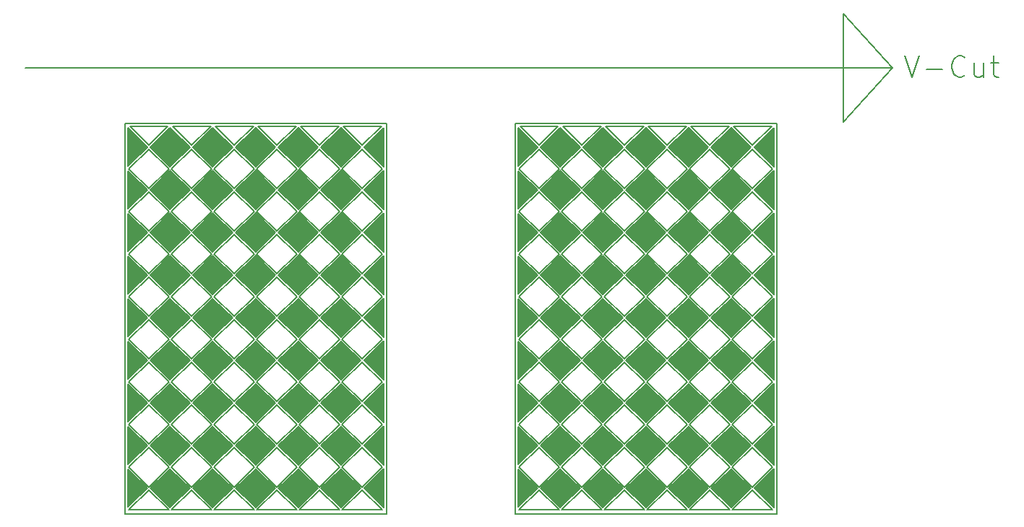
<source format=gto>
%TF.GenerationSoftware,KiCad,Pcbnew,(6.0.5-0)*%
%TF.CreationDate,2022-06-26T01:51:53+09:00*%
%TF.ProjectId,MTCH6102_breakout_panel,4d544348-3631-4303-925f-627265616b6f,rev?*%
%TF.SameCoordinates,PX649cd60PY5a74bd0*%
%TF.FileFunction,Legend,Top*%
%TF.FilePolarity,Positive*%
%FSLAX46Y46*%
G04 Gerber Fmt 4.6, Leading zero omitted, Abs format (unit mm)*
G04 Created by KiCad (PCBNEW (6.0.5-0)) date 2022-06-26 01:51:53*
%MOMM*%
%LPD*%
G01*
G04 APERTURE LIST*
%ADD10C,0.150000*%
%ADD11C,0.200000*%
%ADD12C,1.100000*%
%ADD13C,4.800000*%
G04 APERTURE END LIST*
D10*
X8150000Y-19592000D02*
X10500000Y-21892000D01*
X5800000Y-31892000D02*
X8150000Y-29592000D01*
X61220000Y-21892000D02*
X58870000Y-24192000D01*
X30800000Y-31892000D02*
X33150000Y-29592000D01*
X63870000Y-49192000D02*
X61520000Y-46892000D01*
X8150000Y-34192000D02*
X5800000Y-31892000D01*
X28150000Y-29592000D02*
X30500000Y-31892000D01*
X51520000Y-51892000D02*
X53870000Y-49592000D01*
X15500000Y-41892000D02*
X13150000Y-44192000D01*
X58870000Y-34592000D02*
X61220000Y-36892000D01*
X28150000Y-24592000D02*
X30500000Y-26892000D01*
X68870000Y-44192000D02*
X66520000Y-41892000D01*
X8150000Y-49192000D02*
X5800000Y-46892000D01*
X86995000Y0D02*
X95250000Y0D01*
X8150000Y-39592000D02*
X10500000Y-41892000D01*
G36*
X73670000Y-29342000D02*
G01*
X71370000Y-31642000D01*
X69070000Y-29342000D01*
X71370000Y-27092000D01*
X73670000Y-29342000D01*
G37*
X73670000Y-29342000D02*
X71370000Y-31642000D01*
X69070000Y-29342000D01*
X71370000Y-27092000D01*
X73670000Y-29342000D01*
X63870000Y-44192000D02*
X61520000Y-41892000D01*
G36*
X12950000Y-34342000D02*
G01*
X10650000Y-36642000D01*
X8350000Y-34342000D01*
X10650000Y-32092000D01*
X12950000Y-34342000D01*
G37*
X12950000Y-34342000D02*
X10650000Y-36642000D01*
X8350000Y-34342000D01*
X10650000Y-32092000D01*
X12950000Y-34342000D01*
X66520000Y-21892000D02*
X68870000Y-19592000D01*
X20500000Y-36892000D02*
X18150000Y-39192000D01*
X28150000Y-9092000D02*
X25950000Y-6892000D01*
G36*
X35650000Y-36642000D02*
G01*
X33350000Y-34342000D01*
X35650000Y-32042000D01*
X35650000Y-36642000D01*
G37*
X35650000Y-36642000D02*
X33350000Y-34342000D01*
X35650000Y-32042000D01*
X35650000Y-36642000D01*
G36*
X81370000Y-41642000D02*
G01*
X79070000Y-39342000D01*
X81370000Y-37042000D01*
X81370000Y-41642000D01*
G37*
X81370000Y-41642000D02*
X79070000Y-39342000D01*
X81370000Y-37042000D01*
X81370000Y-41642000D01*
X81220000Y-36892000D02*
X78870000Y-39192000D01*
G36*
X32950000Y-49342000D02*
G01*
X30650000Y-51642000D01*
X28350000Y-49342000D01*
X30650000Y-47092000D01*
X32950000Y-49342000D01*
G37*
X32950000Y-49342000D02*
X30650000Y-51642000D01*
X28350000Y-49342000D01*
X30650000Y-47092000D01*
X32950000Y-49342000D01*
X61220000Y-36892000D02*
X58870000Y-39192000D01*
G36*
X78670000Y-39342000D02*
G01*
X76370000Y-41642000D01*
X74070000Y-39342000D01*
X76370000Y-37092000D01*
X78670000Y-39342000D01*
G37*
X78670000Y-39342000D02*
X76370000Y-41642000D01*
X74070000Y-39342000D01*
X76370000Y-37092000D01*
X78670000Y-39342000D01*
X71120000Y-6892000D02*
X68870000Y-9092000D01*
X15500000Y-21892000D02*
X13150000Y-24192000D01*
X56520000Y-16892000D02*
X58870000Y-14592000D01*
X15950000Y-6892000D02*
X20400000Y-6892000D01*
X56520000Y-51892000D02*
X58870000Y-49592000D01*
X13150000Y-44592000D02*
X15500000Y-46892000D01*
X71220000Y-41892000D02*
X68870000Y-44192000D01*
X56520000Y-36892000D02*
X58870000Y-34592000D01*
G36*
X63670000Y-19342000D02*
G01*
X61370000Y-21642000D01*
X59070000Y-19342000D01*
X61370000Y-17092000D01*
X63670000Y-19342000D01*
G37*
X63670000Y-19342000D02*
X61370000Y-21642000D01*
X59070000Y-19342000D01*
X61370000Y-17092000D01*
X63670000Y-19342000D01*
X68870000Y-14592000D02*
X71220000Y-16892000D01*
X13150000Y-44192000D02*
X10800000Y-41892000D01*
X78870000Y-29192000D02*
X76520000Y-26892000D01*
X61670000Y-6892000D02*
X66120000Y-6892000D01*
X53870000Y-44192000D02*
X51520000Y-41892000D01*
X56520000Y-41892000D02*
X58870000Y-39592000D01*
G36*
X7950000Y-49342000D02*
G01*
X5700000Y-51542000D01*
X5700000Y-47142000D01*
X7950000Y-49342000D01*
G37*
X7950000Y-49342000D02*
X5700000Y-51542000D01*
X5700000Y-47142000D01*
X7950000Y-49342000D01*
G36*
X63670000Y-34342000D02*
G01*
X61370000Y-36642000D01*
X59070000Y-34342000D01*
X61370000Y-32092000D01*
X63670000Y-34342000D01*
G37*
X63670000Y-34342000D02*
X61370000Y-36642000D01*
X59070000Y-34342000D01*
X61370000Y-32092000D01*
X63670000Y-34342000D01*
G36*
X12950000Y-39342000D02*
G01*
X10650000Y-41642000D01*
X8350000Y-39342000D01*
X10650000Y-37092000D01*
X12950000Y-39342000D01*
G37*
X12950000Y-39342000D02*
X10650000Y-41642000D01*
X8350000Y-39342000D01*
X10650000Y-37092000D01*
X12950000Y-39342000D01*
X73870000Y-39192000D02*
X71520000Y-36892000D01*
X78870000Y-49192000D02*
X76520000Y-46892000D01*
X66220000Y-21892000D02*
X63870000Y-24192000D01*
X33150000Y-49192000D02*
X30800000Y-46892000D01*
X76520000Y-51892000D02*
X81220000Y-51892000D01*
X18150000Y-49192000D02*
X15800000Y-46892000D01*
X68870000Y-34192000D02*
X66520000Y-31892000D01*
X63870000Y-19192000D02*
X61520000Y-16892000D01*
X73870000Y-39592000D02*
X76220000Y-41892000D01*
X25800000Y-11892000D02*
X28150000Y-9592000D01*
X78870000Y-24592000D02*
X81220000Y-26892000D01*
X15800000Y-11892000D02*
X18150000Y-9592000D01*
X66220000Y-16892000D02*
X63870000Y-19192000D01*
G36*
X73670000Y-19342000D02*
G01*
X71370000Y-21642000D01*
X69070000Y-19342000D01*
X71370000Y-17092000D01*
X73670000Y-19342000D01*
G37*
X73670000Y-19342000D02*
X71370000Y-21642000D01*
X69070000Y-19342000D01*
X71370000Y-17092000D01*
X73670000Y-19342000D01*
X63870000Y-39192000D02*
X61520000Y-36892000D01*
X76520000Y-36892000D02*
X78870000Y-34592000D01*
X58870000Y-19192000D02*
X56520000Y-16892000D01*
X66520000Y-51892000D02*
X71220000Y-51892000D01*
X66120000Y-6892000D02*
X63870000Y-9092000D01*
X58870000Y-29592000D02*
X61220000Y-31892000D01*
X71220000Y-21892000D02*
X68870000Y-24192000D01*
G36*
X73670000Y-39342000D02*
G01*
X71370000Y-41642000D01*
X69070000Y-39342000D01*
X71370000Y-37092000D01*
X73670000Y-39342000D01*
G37*
X73670000Y-39342000D02*
X71370000Y-41642000D01*
X69070000Y-39342000D01*
X71370000Y-37092000D01*
X73670000Y-39342000D01*
X78870000Y-24192000D02*
X76520000Y-21892000D01*
X33150000Y-39192000D02*
X30800000Y-36892000D01*
X71520000Y-26892000D02*
X73870000Y-24592000D01*
G36*
X53695000Y-14342000D02*
G01*
X51445000Y-16542000D01*
X51445000Y-12142000D01*
X53695000Y-14342000D01*
G37*
X53695000Y-14342000D02*
X51445000Y-16542000D01*
X51445000Y-12142000D01*
X53695000Y-14342000D01*
X25500000Y-21892000D02*
X23150000Y-24192000D01*
X61520000Y-51892000D02*
X63870000Y-49592000D01*
X10500000Y-21892000D02*
X8150000Y-24192000D01*
X68870000Y-39192000D02*
X66520000Y-36892000D01*
X20800000Y-21892000D02*
X23150000Y-19592000D01*
G36*
X32950000Y-24342000D02*
G01*
X30650000Y-26642000D01*
X28350000Y-24342000D01*
X30650000Y-22092000D01*
X32950000Y-24342000D01*
G37*
X32950000Y-24342000D02*
X30650000Y-26642000D01*
X28350000Y-24342000D01*
X30650000Y-22092000D01*
X32950000Y-24342000D01*
G36*
X63670000Y-9342000D02*
G01*
X61370000Y-11642000D01*
X59070000Y-9342000D01*
X61370000Y-7092000D01*
X63670000Y-9342000D01*
G37*
X63670000Y-9342000D02*
X61370000Y-11642000D01*
X59070000Y-9342000D01*
X61370000Y-7092000D01*
X63670000Y-9342000D01*
X10800000Y-46892000D02*
X13150000Y-44592000D01*
G36*
X17950000Y-34342000D02*
G01*
X15650000Y-36642000D01*
X13350000Y-34342000D01*
X15650000Y-32092000D01*
X17950000Y-34342000D01*
G37*
X17950000Y-34342000D02*
X15650000Y-36642000D01*
X13350000Y-34342000D01*
X15650000Y-32092000D01*
X17950000Y-34342000D01*
X30500000Y-26892000D02*
X28150000Y-29192000D01*
X73870000Y-44192000D02*
X71520000Y-41892000D01*
X95250000Y0D02*
X89535000Y-6350000D01*
X81120000Y-6892000D02*
X78870000Y-9092000D01*
X51670000Y-6892000D02*
X56120000Y-6892000D01*
X73870000Y-24192000D02*
X71520000Y-21892000D01*
X78870000Y-9592000D02*
X81220000Y-11892000D01*
G36*
X63670000Y-39342000D02*
G01*
X61370000Y-41642000D01*
X59070000Y-39342000D01*
X61370000Y-37092000D01*
X63670000Y-39342000D01*
G37*
X63670000Y-39342000D02*
X61370000Y-41642000D01*
X59070000Y-39342000D01*
X61370000Y-37092000D01*
X63670000Y-39342000D01*
X81220000Y-11892000D02*
X78870000Y-14192000D01*
X63870000Y-9092000D02*
X61670000Y-6892000D01*
X56220000Y-31892000D02*
X53870000Y-34192000D01*
X15800000Y-26892000D02*
X18150000Y-24592000D01*
G36*
X53695000Y-19342000D02*
G01*
X51445000Y-21542000D01*
X51445000Y-17142000D01*
X53695000Y-19342000D01*
G37*
X53695000Y-19342000D02*
X51445000Y-21542000D01*
X51445000Y-17142000D01*
X53695000Y-19342000D01*
X13150000Y-9092000D02*
X10950000Y-6892000D01*
X13150000Y-14592000D02*
X15500000Y-16892000D01*
X66520000Y-41892000D02*
X68870000Y-39592000D01*
X23150000Y-39592000D02*
X25500000Y-41892000D01*
X71520000Y-41892000D02*
X73870000Y-39592000D01*
X51520000Y-26892000D02*
X53870000Y-24592000D01*
X15500000Y-46892000D02*
X13150000Y-49192000D01*
X53870000Y-49592000D02*
X56220000Y-51892000D01*
X20500000Y-41892000D02*
X18150000Y-44192000D01*
G36*
X22950000Y-24342000D02*
G01*
X20650000Y-26642000D01*
X18350000Y-24342000D01*
X20650000Y-22092000D01*
X22950000Y-24342000D01*
G37*
X22950000Y-24342000D02*
X20650000Y-26642000D01*
X18350000Y-24342000D01*
X20650000Y-22092000D01*
X22950000Y-24342000D01*
X71520000Y-31892000D02*
X73870000Y-29592000D01*
X68870000Y-19192000D02*
X66520000Y-16892000D01*
X25800000Y-46892000D02*
X28150000Y-44592000D01*
G36*
X78670000Y-9342000D02*
G01*
X76370000Y-11642000D01*
X74070000Y-9342000D01*
X76370000Y-7092000D01*
X78670000Y-9342000D01*
G37*
X78670000Y-9342000D02*
X76370000Y-11642000D01*
X74070000Y-9342000D01*
X76370000Y-7092000D01*
X78670000Y-9342000D01*
G36*
X17950000Y-14342000D02*
G01*
X15650000Y-16642000D01*
X13350000Y-14342000D01*
X15650000Y-12092000D01*
X17950000Y-14342000D01*
G37*
X17950000Y-14342000D02*
X15650000Y-16642000D01*
X13350000Y-14342000D01*
X15650000Y-12092000D01*
X17950000Y-14342000D01*
X28150000Y-34592000D02*
X30500000Y-36892000D01*
X13150000Y-34592000D02*
X15500000Y-36892000D01*
X8150000Y-19192000D02*
X5800000Y-16892000D01*
G36*
X27950000Y-34342000D02*
G01*
X25650000Y-36642000D01*
X23350000Y-34342000D01*
X25650000Y-32092000D01*
X27950000Y-34342000D01*
G37*
X27950000Y-34342000D02*
X25650000Y-36642000D01*
X23350000Y-34342000D01*
X25650000Y-32092000D01*
X27950000Y-34342000D01*
G36*
X22950000Y-49342000D02*
G01*
X20650000Y-51642000D01*
X18350000Y-49342000D01*
X20650000Y-47092000D01*
X22950000Y-49342000D01*
G37*
X22950000Y-49342000D02*
X20650000Y-51642000D01*
X18350000Y-49342000D01*
X20650000Y-47092000D01*
X22950000Y-49342000D01*
X28150000Y-14592000D02*
X30500000Y-16892000D01*
G36*
X81370000Y-11642000D02*
G01*
X79070000Y-9342000D01*
X81370000Y-7042000D01*
X81370000Y-11642000D01*
G37*
X81370000Y-11642000D02*
X79070000Y-9342000D01*
X81370000Y-7042000D01*
X81370000Y-11642000D01*
X56520000Y-26892000D02*
X58870000Y-24592000D01*
X71520000Y-16892000D02*
X73870000Y-14592000D01*
X63870000Y-39592000D02*
X66220000Y-41892000D01*
X10500000Y-11892000D02*
X8150000Y-14192000D01*
X51520000Y-31892000D02*
X53870000Y-29592000D01*
X66520000Y-46892000D02*
X68870000Y-44592000D01*
X25950000Y-6892000D02*
X30400000Y-6892000D01*
G36*
X68670000Y-24342000D02*
G01*
X66370000Y-26642000D01*
X64070000Y-24342000D01*
X66370000Y-22092000D01*
X68670000Y-24342000D01*
G37*
X68670000Y-24342000D02*
X66370000Y-26642000D01*
X64070000Y-24342000D01*
X66370000Y-22092000D01*
X68670000Y-24342000D01*
G36*
X22950000Y-29342000D02*
G01*
X20650000Y-31642000D01*
X18350000Y-29342000D01*
X20650000Y-27092000D01*
X22950000Y-29342000D01*
G37*
X22950000Y-29342000D02*
X20650000Y-31642000D01*
X18350000Y-29342000D01*
X20650000Y-27092000D01*
X22950000Y-29342000D01*
X33150000Y-29192000D02*
X30800000Y-26892000D01*
X78870000Y-39192000D02*
X76520000Y-36892000D01*
X61520000Y-31892000D02*
X63870000Y-29592000D01*
X76520000Y-31892000D02*
X78870000Y-29592000D01*
X18150000Y-44192000D02*
X15800000Y-41892000D01*
X81720000Y-52342000D02*
X51120000Y-52342000D01*
X51120000Y-52342000D02*
X51120000Y-6542000D01*
X51120000Y-6542000D02*
X81720000Y-6542000D01*
X81720000Y-6542000D02*
X81720000Y-52342000D01*
X35500000Y-31892000D02*
X33150000Y-34192000D01*
X20500000Y-21892000D02*
X18150000Y-24192000D01*
G36*
X22950000Y-14342000D02*
G01*
X20650000Y-16642000D01*
X18350000Y-14342000D01*
X20650000Y-12092000D01*
X22950000Y-14342000D01*
G37*
X22950000Y-14342000D02*
X20650000Y-16642000D01*
X18350000Y-14342000D01*
X20650000Y-12092000D01*
X22950000Y-14342000D01*
X73870000Y-44592000D02*
X76220000Y-46892000D01*
G36*
X7975000Y-29342000D02*
G01*
X5725000Y-31542000D01*
X5725000Y-27142000D01*
X7975000Y-29342000D01*
G37*
X7975000Y-29342000D02*
X5725000Y-31542000D01*
X5725000Y-27142000D01*
X7975000Y-29342000D01*
X51520000Y-51892000D02*
X56220000Y-51892000D01*
X63870000Y-24192000D02*
X61520000Y-21892000D01*
X10800000Y-41892000D02*
X13150000Y-39592000D01*
X56220000Y-21892000D02*
X53870000Y-24192000D01*
X18150000Y-14592000D02*
X20500000Y-16892000D01*
G36*
X7975000Y-9317000D02*
G01*
X5725000Y-11542000D01*
X5725000Y-7067000D01*
X7975000Y-9317000D01*
G37*
X7975000Y-9317000D02*
X5725000Y-11542000D01*
X5725000Y-7067000D01*
X7975000Y-9317000D01*
X56670000Y-6892000D02*
X61120000Y-6892000D01*
X13150000Y-9592000D02*
X15500000Y-11892000D01*
X81220000Y-46892000D02*
X78870000Y-49192000D01*
G36*
X53695000Y-44342000D02*
G01*
X51445000Y-46542000D01*
X51445000Y-42142000D01*
X53695000Y-44342000D01*
G37*
X53695000Y-44342000D02*
X51445000Y-46542000D01*
X51445000Y-42142000D01*
X53695000Y-44342000D01*
X56520000Y-11892000D02*
X58870000Y-9592000D01*
X25800000Y-21892000D02*
X28150000Y-19592000D01*
X76220000Y-16892000D02*
X73870000Y-19192000D01*
X8150000Y-29192000D02*
X5800000Y-26892000D01*
X25500000Y-26892000D02*
X23150000Y-29192000D01*
X61220000Y-46892000D02*
X58870000Y-49192000D01*
X18150000Y-39192000D02*
X15800000Y-36892000D01*
X56220000Y-26892000D02*
X53870000Y-29192000D01*
X18150000Y-49592000D02*
X20500000Y-51892000D01*
G36*
X58670000Y-29342000D02*
G01*
X56370000Y-31642000D01*
X54070000Y-29342000D01*
X56370000Y-27092000D01*
X58670000Y-29342000D01*
G37*
X58670000Y-29342000D02*
X56370000Y-31642000D01*
X54070000Y-29342000D01*
X56370000Y-27092000D01*
X58670000Y-29342000D01*
G36*
X27950000Y-39342000D02*
G01*
X25650000Y-41642000D01*
X23350000Y-39342000D01*
X25650000Y-37092000D01*
X27950000Y-39342000D01*
G37*
X27950000Y-39342000D02*
X25650000Y-41642000D01*
X23350000Y-39342000D01*
X25650000Y-37092000D01*
X27950000Y-39342000D01*
X63870000Y-9592000D02*
X66220000Y-11892000D01*
X73870000Y-9092000D02*
X71670000Y-6892000D01*
X13150000Y-29592000D02*
X15500000Y-31892000D01*
X58870000Y-9592000D02*
X61220000Y-11892000D01*
X15800000Y-21892000D02*
X18150000Y-19592000D01*
X35500000Y-26892000D02*
X33150000Y-29192000D01*
X28150000Y-34192000D02*
X25800000Y-31892000D01*
X35500000Y-21892000D02*
X33150000Y-24192000D01*
X33150000Y-49592000D02*
X35500000Y-51892000D01*
X5800000Y-51892000D02*
X8150000Y-49592000D01*
G36*
X78670000Y-34342000D02*
G01*
X76370000Y-36642000D01*
X74070000Y-34342000D01*
X76370000Y-32092000D01*
X78670000Y-34342000D01*
G37*
X78670000Y-34342000D02*
X76370000Y-36642000D01*
X74070000Y-34342000D01*
X76370000Y-32092000D01*
X78670000Y-34342000D01*
X81220000Y-26892000D02*
X78870000Y-29192000D01*
G36*
X22950000Y-44342000D02*
G01*
X20650000Y-46642000D01*
X18350000Y-44342000D01*
X20650000Y-42092000D01*
X22950000Y-44342000D01*
G37*
X22950000Y-44342000D02*
X20650000Y-46642000D01*
X18350000Y-44342000D01*
X20650000Y-42092000D01*
X22950000Y-44342000D01*
X25800000Y-31892000D02*
X28150000Y-29592000D01*
X71220000Y-36892000D02*
X68870000Y-39192000D01*
X66670000Y-6892000D02*
X71120000Y-6892000D01*
X61520000Y-41892000D02*
X63870000Y-39592000D01*
G36*
X32950000Y-14342000D02*
G01*
X30650000Y-16642000D01*
X28350000Y-14342000D01*
X30650000Y-12092000D01*
X32950000Y-14342000D01*
G37*
X32950000Y-14342000D02*
X30650000Y-16642000D01*
X28350000Y-14342000D01*
X30650000Y-12092000D01*
X32950000Y-14342000D01*
X76520000Y-16892000D02*
X78870000Y-14592000D01*
X53870000Y-24192000D02*
X51520000Y-21892000D01*
X25500000Y-46892000D02*
X23150000Y-49192000D01*
G36*
X32950000Y-29342000D02*
G01*
X30650000Y-31642000D01*
X28350000Y-29342000D01*
X30650000Y-27092000D01*
X32950000Y-29342000D01*
G37*
X32950000Y-29342000D02*
X30650000Y-31642000D01*
X28350000Y-29342000D01*
X30650000Y-27092000D01*
X32950000Y-29342000D01*
X25800000Y-51892000D02*
X30500000Y-51892000D01*
X78870000Y-34592000D02*
X81220000Y-36892000D01*
X56220000Y-11892000D02*
X53870000Y-14192000D01*
X25400000Y-6892000D02*
X23150000Y-9092000D01*
G36*
X68670000Y-9342000D02*
G01*
X66370000Y-11642000D01*
X64070000Y-9342000D01*
X66370000Y-7092000D01*
X68670000Y-9342000D01*
G37*
X68670000Y-9342000D02*
X66370000Y-11642000D01*
X64070000Y-9342000D01*
X66370000Y-7092000D01*
X68670000Y-9342000D01*
X30500000Y-11892000D02*
X28150000Y-14192000D01*
X76670000Y-6892000D02*
X81120000Y-6892000D01*
X56220000Y-36892000D02*
X53870000Y-39192000D01*
X78870000Y-14592000D02*
X81220000Y-16892000D01*
G36*
X7975000Y-44342000D02*
G01*
X5725000Y-46542000D01*
X5725000Y-42142000D01*
X7975000Y-44342000D01*
G37*
X7975000Y-44342000D02*
X5725000Y-46542000D01*
X5725000Y-42142000D01*
X7975000Y-44342000D01*
X51520000Y-46892000D02*
X53870000Y-44592000D01*
G36*
X17950000Y-44342000D02*
G01*
X15650000Y-46642000D01*
X13350000Y-44342000D01*
X15650000Y-42092000D01*
X17950000Y-44342000D01*
G37*
X17950000Y-44342000D02*
X15650000Y-46642000D01*
X13350000Y-44342000D01*
X15650000Y-42092000D01*
X17950000Y-44342000D01*
X23150000Y-49592000D02*
X25500000Y-51892000D01*
X56520000Y-51892000D02*
X61220000Y-51892000D01*
G36*
X32950000Y-44342000D02*
G01*
X30650000Y-46642000D01*
X28350000Y-44342000D01*
X30650000Y-42092000D01*
X32950000Y-44342000D01*
G37*
X32950000Y-44342000D02*
X30650000Y-46642000D01*
X28350000Y-44342000D01*
X30650000Y-42092000D01*
X32950000Y-44342000D01*
X20950000Y-6892000D02*
X25400000Y-6892000D01*
X23150000Y-9092000D02*
X20950000Y-6892000D01*
X58870000Y-34192000D02*
X56520000Y-31892000D01*
X68870000Y-24592000D02*
X71220000Y-26892000D01*
X15800000Y-51892000D02*
X20500000Y-51892000D01*
G36*
X58670000Y-34342000D02*
G01*
X56370000Y-36642000D01*
X54070000Y-34342000D01*
X56370000Y-32092000D01*
X58670000Y-34342000D01*
G37*
X58670000Y-34342000D02*
X56370000Y-36642000D01*
X54070000Y-34342000D01*
X56370000Y-32092000D01*
X58670000Y-34342000D01*
X78870000Y-44192000D02*
X76520000Y-41892000D01*
X8150000Y-34592000D02*
X10500000Y-36892000D01*
G36*
X17950000Y-39342000D02*
G01*
X15650000Y-41642000D01*
X13350000Y-39342000D01*
X15650000Y-37092000D01*
X17950000Y-39342000D01*
G37*
X17950000Y-39342000D02*
X15650000Y-41642000D01*
X13350000Y-39342000D01*
X15650000Y-37092000D01*
X17950000Y-39342000D01*
X71520000Y-51892000D02*
X73870000Y-49592000D01*
X28150000Y-19592000D02*
X30500000Y-21892000D01*
X76520000Y-41892000D02*
X78870000Y-39592000D01*
G36*
X53670000Y-49342000D02*
G01*
X51420000Y-51542000D01*
X51420000Y-47142000D01*
X53670000Y-49342000D01*
G37*
X53670000Y-49342000D02*
X51420000Y-51542000D01*
X51420000Y-47142000D01*
X53670000Y-49342000D01*
X66220000Y-26892000D02*
X63870000Y-29192000D01*
X23150000Y-29192000D02*
X20800000Y-26892000D01*
X8150000Y-24192000D02*
X5800000Y-21892000D01*
X13150000Y-49592000D02*
X15500000Y-51892000D01*
X30800000Y-21892000D02*
X33150000Y-19592000D01*
G36*
X35650000Y-11642000D02*
G01*
X33350000Y-9342000D01*
X35650000Y-7042000D01*
X35650000Y-11642000D01*
G37*
X35650000Y-11642000D02*
X33350000Y-9342000D01*
X35650000Y-7042000D01*
X35650000Y-11642000D01*
X71220000Y-26892000D02*
X68870000Y-29192000D01*
X35500000Y-46892000D02*
X33150000Y-49192000D01*
X5800000Y-46892000D02*
X8150000Y-44592000D01*
X15500000Y-16892000D02*
X13150000Y-19192000D01*
X33150000Y-19592000D02*
X35500000Y-21892000D01*
X53870000Y-19592000D02*
X56220000Y-21892000D01*
X71220000Y-11892000D02*
X68870000Y-14192000D01*
X15800000Y-51892000D02*
X18150000Y-49592000D01*
G36*
X12950000Y-14342000D02*
G01*
X10650000Y-16642000D01*
X8350000Y-14342000D01*
X10650000Y-12092000D01*
X12950000Y-14342000D01*
G37*
X12950000Y-14342000D02*
X10650000Y-16642000D01*
X8350000Y-14342000D01*
X10650000Y-12092000D01*
X12950000Y-14342000D01*
X73870000Y-34192000D02*
X71520000Y-31892000D01*
X10800000Y-36892000D02*
X13150000Y-34592000D01*
X13150000Y-34192000D02*
X10800000Y-31892000D01*
G36*
X63670000Y-44342000D02*
G01*
X61370000Y-46642000D01*
X59070000Y-44342000D01*
X61370000Y-42092000D01*
X63670000Y-44342000D01*
G37*
X63670000Y-44342000D02*
X61370000Y-46642000D01*
X59070000Y-44342000D01*
X61370000Y-42092000D01*
X63670000Y-44342000D01*
X35400000Y-6892000D02*
X33150000Y-9092000D01*
X13150000Y-24192000D02*
X10800000Y-21892000D01*
X8150000Y-49592000D02*
X10500000Y-51892000D01*
X15800000Y-41892000D02*
X18150000Y-39592000D01*
X73870000Y-19592000D02*
X76220000Y-21892000D01*
X89535000Y6350000D02*
X95250000Y0D01*
X10400000Y-6892000D02*
X8150000Y-9092000D01*
G36*
X78670000Y-29342000D02*
G01*
X76370000Y-31642000D01*
X74070000Y-29342000D01*
X76370000Y-27092000D01*
X78670000Y-29342000D01*
G37*
X78670000Y-29342000D02*
X76370000Y-31642000D01*
X74070000Y-29342000D01*
X76370000Y-27092000D01*
X78670000Y-29342000D01*
X18150000Y-29592000D02*
X20500000Y-31892000D01*
X23150000Y-19192000D02*
X20800000Y-16892000D01*
X20500000Y-26892000D02*
X18150000Y-29192000D01*
X28150000Y-19192000D02*
X25800000Y-16892000D01*
X63870000Y-34592000D02*
X66220000Y-36892000D01*
X25800000Y-36892000D02*
X28150000Y-34592000D01*
X18150000Y-44592000D02*
X20500000Y-46892000D01*
X71520000Y-11892000D02*
X73870000Y-9592000D01*
G36*
X27950000Y-14342000D02*
G01*
X25650000Y-16642000D01*
X23350000Y-14342000D01*
X25650000Y-12092000D01*
X27950000Y-14342000D01*
G37*
X27950000Y-14342000D02*
X25650000Y-16642000D01*
X23350000Y-14342000D01*
X25650000Y-12092000D01*
X27950000Y-14342000D01*
G36*
X53695000Y-34342000D02*
G01*
X51445000Y-36542000D01*
X51445000Y-32142000D01*
X53695000Y-34342000D01*
G37*
X53695000Y-34342000D02*
X51445000Y-36542000D01*
X51445000Y-32142000D01*
X53695000Y-34342000D01*
G36*
X58670000Y-14342000D02*
G01*
X56370000Y-16642000D01*
X54070000Y-14342000D01*
X56370000Y-12092000D01*
X58670000Y-14342000D01*
G37*
X58670000Y-14342000D02*
X56370000Y-16642000D01*
X54070000Y-14342000D01*
X56370000Y-12092000D01*
X58670000Y-14342000D01*
X76520000Y-11892000D02*
X78870000Y-9592000D01*
X78870000Y-39592000D02*
X81220000Y-41892000D01*
G36*
X58670000Y-39342000D02*
G01*
X56370000Y-41642000D01*
X54070000Y-39342000D01*
X56370000Y-37092000D01*
X58670000Y-39342000D01*
G37*
X58670000Y-39342000D02*
X56370000Y-41642000D01*
X54070000Y-39342000D01*
X56370000Y-37092000D01*
X58670000Y-39342000D01*
X20800000Y-46892000D02*
X23150000Y-44592000D01*
X18150000Y-9592000D02*
X20500000Y-11892000D01*
G36*
X68670000Y-14342000D02*
G01*
X66370000Y-16642000D01*
X64070000Y-14342000D01*
X66370000Y-12092000D01*
X68670000Y-14342000D01*
G37*
X68670000Y-14342000D02*
X66370000Y-16642000D01*
X64070000Y-14342000D01*
X66370000Y-12092000D01*
X68670000Y-14342000D01*
X23150000Y-29592000D02*
X25500000Y-31892000D01*
X33150000Y-24592000D02*
X35500000Y-26892000D01*
X20500000Y-11892000D02*
X18150000Y-14192000D01*
X5800000Y-51892000D02*
X10500000Y-51892000D01*
X58870000Y-44192000D02*
X56520000Y-41892000D01*
X76220000Y-36892000D02*
X73870000Y-39192000D01*
X61520000Y-16892000D02*
X63870000Y-14592000D01*
G36*
X58670000Y-9342000D02*
G01*
X56370000Y-11642000D01*
X54070000Y-9342000D01*
X56370000Y-7092000D01*
X58670000Y-9342000D01*
G37*
X58670000Y-9342000D02*
X56370000Y-11642000D01*
X54070000Y-9342000D01*
X56370000Y-7092000D01*
X58670000Y-9342000D01*
X18150000Y-29192000D02*
X15800000Y-26892000D01*
X13150000Y-19592000D02*
X15500000Y-21892000D01*
X5800000Y-11892000D02*
X8150000Y-9592000D01*
X51520000Y-11892000D02*
X53870000Y-9592000D01*
X61220000Y-16892000D02*
X58870000Y-19192000D01*
X76220000Y-21892000D02*
X73870000Y-24192000D01*
X73870000Y-24592000D02*
X76220000Y-26892000D01*
X28150000Y-49592000D02*
X30500000Y-51892000D01*
X78870000Y-9092000D02*
X76670000Y-6892000D01*
G36*
X27950000Y-24342000D02*
G01*
X25650000Y-26642000D01*
X23350000Y-24342000D01*
X25650000Y-22092000D01*
X27950000Y-24342000D01*
G37*
X27950000Y-24342000D02*
X25650000Y-26642000D01*
X23350000Y-24342000D01*
X25650000Y-22092000D01*
X27950000Y-24342000D01*
G36*
X12950000Y-29342000D02*
G01*
X10650000Y-31642000D01*
X8350000Y-29342000D01*
X10650000Y-27092000D01*
X12950000Y-29342000D01*
G37*
X12950000Y-29342000D02*
X10650000Y-31642000D01*
X8350000Y-29342000D01*
X10650000Y-27092000D01*
X12950000Y-29342000D01*
X33150000Y-14592000D02*
X35500000Y-16892000D01*
X81220000Y-41892000D02*
X78870000Y-44192000D01*
X23150000Y-39192000D02*
X20800000Y-36892000D01*
X66220000Y-41892000D02*
X63870000Y-44192000D01*
X28150000Y-24192000D02*
X25800000Y-21892000D01*
X68870000Y-44592000D02*
X71220000Y-46892000D01*
X15800000Y-16892000D02*
X18150000Y-14592000D01*
X18150000Y-24192000D02*
X15800000Y-21892000D01*
G36*
X78670000Y-49342000D02*
G01*
X76370000Y-51642000D01*
X74070000Y-49342000D01*
X76370000Y-47092000D01*
X78670000Y-49342000D01*
G37*
X78670000Y-49342000D02*
X76370000Y-51642000D01*
X74070000Y-49342000D01*
X76370000Y-47092000D01*
X78670000Y-49342000D01*
X76220000Y-26892000D02*
X73870000Y-29192000D01*
X18150000Y-14192000D02*
X15800000Y-11892000D01*
X56520000Y-31892000D02*
X58870000Y-29592000D01*
X23150000Y-14592000D02*
X25500000Y-16892000D01*
G36*
X81370000Y-51642000D02*
G01*
X79070000Y-49342000D01*
X81370000Y-47042000D01*
X81370000Y-51642000D01*
G37*
X81370000Y-51642000D02*
X79070000Y-49342000D01*
X81370000Y-47042000D01*
X81370000Y-51642000D01*
X15500000Y-11892000D02*
X13150000Y-14192000D01*
X81220000Y-21892000D02*
X78870000Y-24192000D01*
X71520000Y-36892000D02*
X73870000Y-34592000D01*
X18150000Y-9092000D02*
X15950000Y-6892000D01*
X5800000Y-26892000D02*
X8150000Y-24592000D01*
X51520000Y-36892000D02*
X53870000Y-34592000D01*
X23150000Y-49192000D02*
X20800000Y-46892000D01*
X13150000Y-29192000D02*
X10800000Y-26892000D01*
X78870000Y-19192000D02*
X76520000Y-16892000D01*
X73870000Y-29592000D02*
X76220000Y-31892000D01*
X66520000Y-31892000D02*
X68870000Y-29592000D01*
G36*
X12950000Y-19342000D02*
G01*
X10650000Y-21642000D01*
X8350000Y-19342000D01*
X10650000Y-17092000D01*
X12950000Y-19342000D01*
G37*
X12950000Y-19342000D02*
X10650000Y-21642000D01*
X8350000Y-19342000D01*
X10650000Y-17092000D01*
X12950000Y-19342000D01*
X8150000Y-9092000D02*
X5950000Y-6892000D01*
X23150000Y-44192000D02*
X20800000Y-41892000D01*
G36*
X81370000Y-36642000D02*
G01*
X79070000Y-34342000D01*
X81370000Y-32042000D01*
X81370000Y-36642000D01*
G37*
X81370000Y-36642000D02*
X79070000Y-34342000D01*
X81370000Y-32042000D01*
X81370000Y-36642000D01*
X33150000Y-34192000D02*
X30800000Y-31892000D01*
X63870000Y-14192000D02*
X61520000Y-11892000D01*
X63870000Y-19592000D02*
X66220000Y-21892000D01*
X25800000Y-51892000D02*
X28150000Y-49592000D01*
X33150000Y-24192000D02*
X30800000Y-21892000D01*
X66220000Y-11892000D02*
X63870000Y-14192000D01*
X20800000Y-11892000D02*
X23150000Y-9592000D01*
X71220000Y-46892000D02*
X68870000Y-49192000D01*
X66220000Y-46892000D02*
X63870000Y-49192000D01*
G36*
X81370000Y-21642000D02*
G01*
X79070000Y-19342000D01*
X81370000Y-17042000D01*
X81370000Y-21642000D01*
G37*
X81370000Y-21642000D02*
X79070000Y-19342000D01*
X81370000Y-17042000D01*
X81370000Y-21642000D01*
X23150000Y-19592000D02*
X25500000Y-21892000D01*
G36*
X32950000Y-34342000D02*
G01*
X30650000Y-36642000D01*
X28350000Y-34342000D01*
X30650000Y-32092000D01*
X32950000Y-34342000D01*
G37*
X32950000Y-34342000D02*
X30650000Y-36642000D01*
X28350000Y-34342000D01*
X30650000Y-32092000D01*
X32950000Y-34342000D01*
X33150000Y-44592000D02*
X35500000Y-46892000D01*
G36*
X12950000Y-9342000D02*
G01*
X10650000Y-11642000D01*
X8350000Y-9342000D01*
X10650000Y-7092000D01*
X12950000Y-9342000D01*
G37*
X12950000Y-9342000D02*
X10650000Y-11642000D01*
X8350000Y-9342000D01*
X10650000Y-7092000D01*
X12950000Y-9342000D01*
X20400000Y-6892000D02*
X18150000Y-9092000D01*
X10500000Y-31892000D02*
X8150000Y-34192000D01*
X63870000Y-14592000D02*
X66220000Y-16892000D01*
X30800000Y-36892000D02*
X33150000Y-34592000D01*
X51520000Y-21892000D02*
X53870000Y-19592000D01*
X8150000Y-44592000D02*
X10500000Y-46892000D01*
X76120000Y-6892000D02*
X73870000Y-9092000D01*
X8150000Y-39192000D02*
X5800000Y-36892000D01*
X61520000Y-21892000D02*
X63870000Y-19592000D01*
X15800000Y-31892000D02*
X18150000Y-29592000D01*
X53870000Y-9092000D02*
X51670000Y-6892000D01*
X30500000Y-31892000D02*
X28150000Y-34192000D01*
G36*
X32950000Y-39342000D02*
G01*
X30650000Y-41642000D01*
X28350000Y-39342000D01*
X30650000Y-37092000D01*
X32950000Y-39342000D01*
G37*
X32950000Y-39342000D02*
X30650000Y-41642000D01*
X28350000Y-39342000D01*
X30650000Y-37092000D01*
X32950000Y-39342000D01*
X33150000Y-19192000D02*
X30800000Y-16892000D01*
X73870000Y-19192000D02*
X71520000Y-16892000D01*
X71670000Y-6892000D02*
X76120000Y-6892000D01*
X51520000Y-41892000D02*
X53870000Y-39592000D01*
G36*
X35650000Y-16642000D02*
G01*
X33350000Y-14342000D01*
X35650000Y-12042000D01*
X35650000Y-16642000D01*
G37*
X35650000Y-16642000D02*
X33350000Y-14342000D01*
X35650000Y-12042000D01*
X35650000Y-16642000D01*
X58870000Y-49192000D02*
X56520000Y-46892000D01*
X81220000Y-16892000D02*
X78870000Y-19192000D01*
X5800000Y-21892000D02*
X8150000Y-19592000D01*
X78870000Y-19592000D02*
X81220000Y-21892000D01*
X61520000Y-26892000D02*
X63870000Y-24592000D01*
X10800000Y-31892000D02*
X13150000Y-29592000D01*
X66220000Y-36892000D02*
X63870000Y-39192000D01*
G36*
X7975000Y-39342000D02*
G01*
X5725000Y-41542000D01*
X5725000Y-37142000D01*
X7975000Y-39342000D01*
G37*
X7975000Y-39342000D02*
X5725000Y-41542000D01*
X5725000Y-37142000D01*
X7975000Y-39342000D01*
X13150000Y-49192000D02*
X10800000Y-46892000D01*
X18150000Y-34592000D02*
X20500000Y-36892000D01*
X81220000Y-31892000D02*
X78870000Y-34192000D01*
X15500000Y-36892000D02*
X13150000Y-39192000D01*
G36*
X68670000Y-34342000D02*
G01*
X66370000Y-36642000D01*
X64070000Y-34342000D01*
X66370000Y-32092000D01*
X68670000Y-34342000D01*
G37*
X68670000Y-34342000D02*
X66370000Y-36642000D01*
X64070000Y-34342000D01*
X66370000Y-32092000D01*
X68670000Y-34342000D01*
G36*
X58670000Y-24342000D02*
G01*
X56370000Y-26642000D01*
X54070000Y-24342000D01*
X56370000Y-22092000D01*
X58670000Y-24342000D01*
G37*
X58670000Y-24342000D02*
X56370000Y-26642000D01*
X54070000Y-24342000D01*
X56370000Y-22092000D01*
X58670000Y-24342000D01*
X23150000Y-44592000D02*
X25500000Y-46892000D01*
X76520000Y-26892000D02*
X78870000Y-24592000D01*
X56520000Y-21892000D02*
X58870000Y-19592000D01*
X58870000Y-29192000D02*
X56520000Y-26892000D01*
G36*
X73670000Y-9342000D02*
G01*
X71370000Y-11642000D01*
X69070000Y-9342000D01*
X71370000Y-7092000D01*
X73670000Y-9342000D01*
G37*
X73670000Y-9342000D02*
X71370000Y-11642000D01*
X69070000Y-9342000D01*
X71370000Y-7092000D01*
X73670000Y-9342000D01*
X58870000Y-14192000D02*
X56520000Y-11892000D01*
X66220000Y-31892000D02*
X63870000Y-34192000D01*
G36*
X32950000Y-9342000D02*
G01*
X30650000Y-11642000D01*
X28350000Y-9342000D01*
X30650000Y-7092000D01*
X32950000Y-9342000D01*
G37*
X32950000Y-9342000D02*
X30650000Y-11642000D01*
X28350000Y-9342000D01*
X30650000Y-7092000D01*
X32950000Y-9342000D01*
X76520000Y-51892000D02*
X78870000Y-49592000D01*
G36*
X81370000Y-26642000D02*
G01*
X79070000Y-24342000D01*
X81370000Y-22042000D01*
X81370000Y-26642000D01*
G37*
X81370000Y-26642000D02*
X79070000Y-24342000D01*
X81370000Y-22042000D01*
X81370000Y-26642000D01*
G36*
X68670000Y-44342000D02*
G01*
X66370000Y-46642000D01*
X64070000Y-44342000D01*
X66370000Y-42092000D01*
X68670000Y-44342000D01*
G37*
X68670000Y-44342000D02*
X66370000Y-46642000D01*
X64070000Y-44342000D01*
X66370000Y-42092000D01*
X68670000Y-44342000D01*
X53870000Y-9592000D02*
X56220000Y-11892000D01*
G36*
X53695000Y-29342000D02*
G01*
X51445000Y-31542000D01*
X51445000Y-27142000D01*
X53695000Y-29342000D01*
G37*
X53695000Y-29342000D02*
X51445000Y-31542000D01*
X51445000Y-27142000D01*
X53695000Y-29342000D01*
G36*
X17950000Y-19342000D02*
G01*
X15650000Y-21642000D01*
X13350000Y-19342000D01*
X15650000Y-17092000D01*
X17950000Y-19342000D01*
G37*
X17950000Y-19342000D02*
X15650000Y-21642000D01*
X13350000Y-19342000D01*
X15650000Y-17092000D01*
X17950000Y-19342000D01*
G36*
X73670000Y-24342000D02*
G01*
X71370000Y-26642000D01*
X69070000Y-24342000D01*
X71370000Y-22092000D01*
X73670000Y-24342000D01*
G37*
X73670000Y-24342000D02*
X71370000Y-26642000D01*
X69070000Y-24342000D01*
X71370000Y-22092000D01*
X73670000Y-24342000D01*
X66520000Y-51892000D02*
X68870000Y-49592000D01*
X25500000Y-41892000D02*
X23150000Y-44192000D01*
X68870000Y-49192000D02*
X66520000Y-46892000D01*
X10500000Y-36892000D02*
X8150000Y-39192000D01*
X53870000Y-34592000D02*
X56220000Y-36892000D01*
X53870000Y-39192000D02*
X51520000Y-36892000D01*
X13150000Y-24592000D02*
X15500000Y-26892000D01*
X10500000Y-26892000D02*
X8150000Y-29192000D01*
G36*
X68670000Y-19342000D02*
G01*
X66370000Y-21642000D01*
X64070000Y-19342000D01*
X66370000Y-17092000D01*
X68670000Y-19342000D01*
G37*
X68670000Y-19342000D02*
X66370000Y-21642000D01*
X64070000Y-19342000D01*
X66370000Y-17092000D01*
X68670000Y-19342000D01*
X33150000Y-9592000D02*
X35500000Y-11892000D01*
X5800000Y-41892000D02*
X8150000Y-39592000D01*
X33150000Y-34592000D02*
X35500000Y-36892000D01*
X8150000Y-44192000D02*
X5800000Y-41892000D01*
X68870000Y-34592000D02*
X71220000Y-36892000D01*
X30800000Y-11892000D02*
X33150000Y-9592000D01*
X63870000Y-29592000D02*
X66220000Y-31892000D01*
X68870000Y-14192000D02*
X66520000Y-11892000D01*
X73870000Y-29192000D02*
X71520000Y-26892000D01*
G36*
X63670000Y-29342000D02*
G01*
X61370000Y-31642000D01*
X59070000Y-29342000D01*
X61370000Y-27092000D01*
X63670000Y-29342000D01*
G37*
X63670000Y-29342000D02*
X61370000Y-31642000D01*
X59070000Y-29342000D01*
X61370000Y-27092000D01*
X63670000Y-29342000D01*
X78870000Y-49592000D02*
X81220000Y-51892000D01*
X20800000Y-41892000D02*
X23150000Y-39592000D01*
X71520000Y-21892000D02*
X73870000Y-19592000D01*
X8150000Y-9592000D02*
X10500000Y-11892000D01*
X28150000Y-44192000D02*
X25800000Y-41892000D01*
X15800000Y-36892000D02*
X18150000Y-34592000D01*
X28150000Y-44592000D02*
X30500000Y-46892000D01*
X58870000Y-44592000D02*
X61220000Y-46892000D01*
X76220000Y-31892000D02*
X73870000Y-34192000D01*
X25800000Y-26892000D02*
X28150000Y-24592000D01*
G36*
X35650000Y-51642000D02*
G01*
X33350000Y-49342000D01*
X35650000Y-47042000D01*
X35650000Y-51642000D01*
G37*
X35650000Y-51642000D02*
X33350000Y-49342000D01*
X35650000Y-47042000D01*
X35650000Y-51642000D01*
X68870000Y-29192000D02*
X66520000Y-26892000D01*
X66520000Y-11892000D02*
X68870000Y-9592000D01*
X25800000Y-41892000D02*
X28150000Y-39592000D01*
X23150000Y-34192000D02*
X20800000Y-31892000D01*
X5800000Y-36892000D02*
X8150000Y-34592000D01*
X13150000Y-14192000D02*
X10800000Y-11892000D01*
X73870000Y-14192000D02*
X71520000Y-11892000D01*
X30950000Y-6892000D02*
X35400000Y-6892000D01*
X73870000Y-49192000D02*
X71520000Y-46892000D01*
G36*
X27950000Y-44342000D02*
G01*
X25650000Y-46642000D01*
X23350000Y-44342000D01*
X25650000Y-42092000D01*
X27950000Y-44342000D01*
G37*
X27950000Y-44342000D02*
X25650000Y-46642000D01*
X23350000Y-44342000D01*
X25650000Y-42092000D01*
X27950000Y-44342000D01*
X30800000Y-51892000D02*
X35500000Y-51892000D01*
G36*
X81370000Y-46642000D02*
G01*
X79070000Y-44342000D01*
X81370000Y-42042000D01*
X81370000Y-46642000D01*
G37*
X81370000Y-46642000D02*
X79070000Y-44342000D01*
X81370000Y-42042000D01*
X81370000Y-46642000D01*
X66520000Y-36892000D02*
X68870000Y-34592000D01*
X78870000Y-14192000D02*
X76520000Y-11892000D01*
G36*
X63670000Y-24342000D02*
G01*
X61370000Y-26642000D01*
X59070000Y-24342000D01*
X61370000Y-22092000D01*
X63670000Y-24342000D01*
G37*
X63670000Y-24342000D02*
X61370000Y-26642000D01*
X59070000Y-24342000D01*
X61370000Y-22092000D01*
X63670000Y-24342000D01*
X53870000Y-29592000D02*
X56220000Y-31892000D01*
X13150000Y-19192000D02*
X10800000Y-16892000D01*
X78870000Y-34192000D02*
X76520000Y-31892000D01*
G36*
X22950000Y-39342000D02*
G01*
X20650000Y-41642000D01*
X18350000Y-39342000D01*
X20650000Y-37092000D01*
X22950000Y-39342000D01*
G37*
X22950000Y-39342000D02*
X20650000Y-41642000D01*
X18350000Y-39342000D01*
X20650000Y-37092000D01*
X22950000Y-39342000D01*
X61220000Y-31892000D02*
X58870000Y-34192000D01*
X23150000Y-14192000D02*
X20800000Y-11892000D01*
X10800000Y-21892000D02*
X13150000Y-19592000D01*
G36*
X7975000Y-14342000D02*
G01*
X5725000Y-16542000D01*
X5725000Y-12142000D01*
X7975000Y-14342000D01*
G37*
X7975000Y-14342000D02*
X5725000Y-16542000D01*
X5725000Y-12142000D01*
X7975000Y-14342000D01*
X30800000Y-41892000D02*
X33150000Y-39592000D01*
X71220000Y-16892000D02*
X68870000Y-19192000D01*
X33150000Y-39592000D02*
X35500000Y-41892000D01*
X53870000Y-19192000D02*
X51520000Y-16892000D01*
G36*
X27950000Y-49342000D02*
G01*
X25650000Y-51642000D01*
X23350000Y-49342000D01*
X25650000Y-47092000D01*
X27950000Y-49342000D01*
G37*
X27950000Y-49342000D02*
X25650000Y-51642000D01*
X23350000Y-49342000D01*
X25650000Y-47092000D01*
X27950000Y-49342000D01*
X56220000Y-46892000D02*
X53870000Y-49192000D01*
X33150000Y-44192000D02*
X30800000Y-41892000D01*
X23150000Y-9592000D02*
X25500000Y-11892000D01*
X30500000Y-46892000D02*
X28150000Y-49192000D01*
X10500000Y-41892000D02*
X8150000Y-44192000D01*
X20800000Y-31892000D02*
X23150000Y-29592000D01*
X13150000Y-39592000D02*
X15500000Y-41892000D01*
X68870000Y-39592000D02*
X71220000Y-41892000D01*
G36*
X27950000Y-9342000D02*
G01*
X25650000Y-11642000D01*
X23350000Y-9342000D01*
X25650000Y-7092000D01*
X27950000Y-9342000D01*
G37*
X27950000Y-9342000D02*
X25650000Y-11642000D01*
X23350000Y-9342000D01*
X25650000Y-7092000D01*
X27950000Y-9342000D01*
X71520000Y-51892000D02*
X76220000Y-51892000D01*
X68870000Y-9092000D02*
X66670000Y-6892000D01*
X35500000Y-36892000D02*
X33150000Y-39192000D01*
X15500000Y-26892000D02*
X13150000Y-29192000D01*
X63870000Y-34192000D02*
X61520000Y-31892000D01*
X28150000Y-9592000D02*
X30500000Y-11892000D01*
X58870000Y-9092000D02*
X56670000Y-6892000D01*
X10800000Y-51892000D02*
X15500000Y-51892000D01*
X25800000Y-16892000D02*
X28150000Y-14592000D01*
X76220000Y-46892000D02*
X73870000Y-49192000D01*
X53870000Y-34192000D02*
X51520000Y-31892000D01*
X30800000Y-26892000D02*
X33150000Y-24592000D01*
X35500000Y-11892000D02*
X33150000Y-14192000D01*
X33150000Y-9092000D02*
X30950000Y-6892000D01*
X61120000Y-6892000D02*
X58870000Y-9092000D01*
X89535000Y-6350000D02*
X89535000Y6350000D01*
G36*
X17950000Y-29342000D02*
G01*
X15650000Y-31642000D01*
X13350000Y-29342000D01*
X15650000Y-27092000D01*
X17950000Y-29342000D01*
G37*
X17950000Y-29342000D02*
X15650000Y-31642000D01*
X13350000Y-29342000D01*
X15650000Y-27092000D01*
X17950000Y-29342000D01*
X28150000Y-39592000D02*
X30500000Y-41892000D01*
G36*
X7975000Y-24342000D02*
G01*
X5725000Y-26542000D01*
X5725000Y-22142000D01*
X7975000Y-24342000D01*
G37*
X7975000Y-24342000D02*
X5725000Y-26542000D01*
X5725000Y-22142000D01*
X7975000Y-24342000D01*
X61220000Y-11892000D02*
X58870000Y-14192000D01*
X25500000Y-36892000D02*
X23150000Y-39192000D01*
X53870000Y-39592000D02*
X56220000Y-41892000D01*
X18150000Y-34192000D02*
X15800000Y-31892000D01*
G36*
X22950000Y-34342000D02*
G01*
X20650000Y-36642000D01*
X18350000Y-34342000D01*
X20650000Y-32092000D01*
X22950000Y-34342000D01*
G37*
X22950000Y-34342000D02*
X20650000Y-36642000D01*
X18350000Y-34342000D01*
X20650000Y-32092000D01*
X22950000Y-34342000D01*
X58870000Y-14592000D02*
X61220000Y-16892000D01*
G36*
X12950000Y-24342000D02*
G01*
X10650000Y-26642000D01*
X8350000Y-24342000D01*
X10650000Y-22092000D01*
X12950000Y-24342000D01*
G37*
X12950000Y-24342000D02*
X10650000Y-26642000D01*
X8350000Y-24342000D01*
X10650000Y-22092000D01*
X12950000Y-24342000D01*
X53870000Y-49192000D02*
X51520000Y-46892000D01*
X51520000Y-16892000D02*
X53870000Y-14592000D01*
X5800000Y-16892000D02*
X8150000Y-14592000D01*
G36*
X73670000Y-49342000D02*
G01*
X71370000Y-51642000D01*
X69070000Y-49342000D01*
X71370000Y-47092000D01*
X73670000Y-49342000D01*
G37*
X73670000Y-49342000D02*
X71370000Y-51642000D01*
X69070000Y-49342000D01*
X71370000Y-47092000D01*
X73670000Y-49342000D01*
X56220000Y-41892000D02*
X53870000Y-44192000D01*
G36*
X63670000Y-49342000D02*
G01*
X61370000Y-51642000D01*
X59070000Y-49342000D01*
X61370000Y-47092000D01*
X63670000Y-49342000D01*
G37*
X63670000Y-49342000D02*
X61370000Y-51642000D01*
X59070000Y-49342000D01*
X61370000Y-47092000D01*
X63670000Y-49342000D01*
X68870000Y-49592000D02*
X71220000Y-51892000D01*
X73870000Y-49592000D02*
X76220000Y-51892000D01*
G36*
X78670000Y-19342000D02*
G01*
X76370000Y-21642000D01*
X74070000Y-19342000D01*
X76370000Y-17092000D01*
X78670000Y-19342000D01*
G37*
X78670000Y-19342000D02*
X76370000Y-21642000D01*
X74070000Y-19342000D01*
X76370000Y-17092000D01*
X78670000Y-19342000D01*
X10800000Y-26892000D02*
X13150000Y-24592000D01*
X33150000Y-29592000D02*
X35500000Y-31892000D01*
X10500000Y-46892000D02*
X8150000Y-49192000D01*
X28150000Y-14192000D02*
X25800000Y-11892000D01*
G36*
X68670000Y-39342000D02*
G01*
X66370000Y-41642000D01*
X64070000Y-39342000D01*
X66370000Y-37092000D01*
X68670000Y-39342000D01*
G37*
X68670000Y-39342000D02*
X66370000Y-41642000D01*
X64070000Y-39342000D01*
X66370000Y-37092000D01*
X68670000Y-39342000D01*
X56220000Y-16892000D02*
X53870000Y-19192000D01*
G36*
X7975000Y-19342000D02*
G01*
X5725000Y-21542000D01*
X5725000Y-17142000D01*
X7975000Y-19342000D01*
G37*
X7975000Y-19342000D02*
X5725000Y-21542000D01*
X5725000Y-17142000D01*
X7975000Y-19342000D01*
X68870000Y-9592000D02*
X71220000Y-11892000D01*
X63870000Y-49592000D02*
X66220000Y-51892000D01*
X68870000Y-29592000D02*
X71220000Y-31892000D01*
X36000000Y-52342000D02*
X5400000Y-52342000D01*
X5400000Y-52342000D02*
X5400000Y-6542000D01*
X5400000Y-6542000D02*
X36000000Y-6542000D01*
X36000000Y-6542000D02*
X36000000Y-52342000D01*
X8150000Y-24592000D02*
X10500000Y-26892000D01*
X66520000Y-26892000D02*
X68870000Y-24592000D01*
X63870000Y-29192000D02*
X61520000Y-26892000D01*
G36*
X58670000Y-49342000D02*
G01*
X56370000Y-51642000D01*
X54070000Y-49342000D01*
X56370000Y-47092000D01*
X58670000Y-49342000D01*
G37*
X58670000Y-49342000D02*
X56370000Y-51642000D01*
X54070000Y-49342000D01*
X56370000Y-47092000D01*
X58670000Y-49342000D01*
G36*
X73670000Y-44342000D02*
G01*
X71370000Y-46642000D01*
X69070000Y-44342000D01*
X71370000Y-42092000D01*
X73670000Y-44342000D01*
G37*
X73670000Y-44342000D02*
X71370000Y-46642000D01*
X69070000Y-44342000D01*
X71370000Y-42092000D01*
X73670000Y-44342000D01*
G36*
X35650000Y-31642000D02*
G01*
X33350000Y-29342000D01*
X35650000Y-27042000D01*
X35650000Y-31642000D01*
G37*
X35650000Y-31642000D02*
X33350000Y-29342000D01*
X35650000Y-27042000D01*
X35650000Y-31642000D01*
X25500000Y-16892000D02*
X23150000Y-19192000D01*
X23150000Y-34592000D02*
X25500000Y-36892000D01*
X56520000Y-46892000D02*
X58870000Y-44592000D01*
X68870000Y-24192000D02*
X66520000Y-21892000D01*
X73870000Y-14592000D02*
X76220000Y-16892000D01*
X66520000Y-16892000D02*
X68870000Y-14592000D01*
X20800000Y-26892000D02*
X23150000Y-24592000D01*
X61220000Y-26892000D02*
X58870000Y-29192000D01*
X20800000Y-16892000D02*
X23150000Y-14592000D01*
G36*
X68670000Y-29342000D02*
G01*
X66370000Y-31642000D01*
X64070000Y-29342000D01*
X66370000Y-27092000D01*
X68670000Y-29342000D01*
G37*
X68670000Y-29342000D02*
X66370000Y-31642000D01*
X64070000Y-29342000D01*
X66370000Y-27092000D01*
X68670000Y-29342000D01*
G36*
X17950000Y-9342000D02*
G01*
X15650000Y-11642000D01*
X13350000Y-9342000D01*
X15650000Y-7092000D01*
X17950000Y-9342000D01*
G37*
X17950000Y-9342000D02*
X15650000Y-11642000D01*
X13350000Y-9342000D01*
X15650000Y-7092000D01*
X17950000Y-9342000D01*
X76220000Y-41892000D02*
X73870000Y-44192000D01*
X78870000Y-29592000D02*
X81220000Y-31892000D01*
X61520000Y-36892000D02*
X63870000Y-34592000D01*
X20500000Y-46892000D02*
X18150000Y-49192000D01*
G36*
X53695000Y-39342000D02*
G01*
X51445000Y-41542000D01*
X51445000Y-37142000D01*
X53695000Y-39342000D01*
G37*
X53695000Y-39342000D02*
X51445000Y-41542000D01*
X51445000Y-37142000D01*
X53695000Y-39342000D01*
X18150000Y-19192000D02*
X15800000Y-16892000D01*
X63870000Y-24592000D02*
X66220000Y-26892000D01*
X20800000Y-51892000D02*
X25500000Y-51892000D01*
G36*
X22950000Y-9342000D02*
G01*
X20650000Y-11642000D01*
X18350000Y-9342000D01*
X20650000Y-7092000D01*
X22950000Y-9342000D01*
G37*
X22950000Y-9342000D02*
X20650000Y-11642000D01*
X18350000Y-9342000D01*
X20650000Y-7092000D01*
X22950000Y-9342000D01*
X58870000Y-39192000D02*
X56520000Y-36892000D01*
X76520000Y-46892000D02*
X78870000Y-44592000D01*
G36*
X78670000Y-24342000D02*
G01*
X76370000Y-26642000D01*
X74070000Y-24342000D01*
X76370000Y-22092000D01*
X78670000Y-24342000D01*
G37*
X78670000Y-24342000D02*
X76370000Y-26642000D01*
X74070000Y-24342000D01*
X76370000Y-22092000D01*
X78670000Y-24342000D01*
X53870000Y-14592000D02*
X56220000Y-16892000D01*
G36*
X68670000Y-49342000D02*
G01*
X66370000Y-51642000D01*
X64070000Y-49342000D01*
X66370000Y-47092000D01*
X68670000Y-49342000D01*
G37*
X68670000Y-49342000D02*
X66370000Y-51642000D01*
X64070000Y-49342000D01*
X66370000Y-47092000D01*
X68670000Y-49342000D01*
X30800000Y-46892000D02*
X33150000Y-44592000D01*
X58870000Y-39592000D02*
X61220000Y-41892000D01*
X28150000Y-29192000D02*
X25800000Y-26892000D01*
X61220000Y-41892000D02*
X58870000Y-44192000D01*
G36*
X17950000Y-49342000D02*
G01*
X15650000Y-51642000D01*
X13350000Y-49342000D01*
X15650000Y-47092000D01*
X17950000Y-49342000D01*
G37*
X17950000Y-49342000D02*
X15650000Y-51642000D01*
X13350000Y-49342000D01*
X15650000Y-47092000D01*
X17950000Y-49342000D01*
X61520000Y-11892000D02*
X63870000Y-9592000D01*
G36*
X81370000Y-31642000D02*
G01*
X79070000Y-29342000D01*
X81370000Y-27042000D01*
X81370000Y-31642000D01*
G37*
X81370000Y-31642000D02*
X79070000Y-29342000D01*
X81370000Y-27042000D01*
X81370000Y-31642000D01*
X10950000Y-6892000D02*
X15400000Y-6892000D01*
X20800000Y-51892000D02*
X23150000Y-49592000D01*
X18150000Y-24592000D02*
X20500000Y-26892000D01*
G36*
X7975000Y-34342000D02*
G01*
X5725000Y-36542000D01*
X5725000Y-32142000D01*
X7975000Y-34342000D01*
G37*
X7975000Y-34342000D02*
X5725000Y-36542000D01*
X5725000Y-32142000D01*
X7975000Y-34342000D01*
G36*
X81370000Y-16642000D02*
G01*
X79070000Y-14342000D01*
X81370000Y-12042000D01*
X81370000Y-16642000D01*
G37*
X81370000Y-16642000D02*
X79070000Y-14342000D01*
X81370000Y-12042000D01*
X81370000Y-16642000D01*
X35500000Y-41892000D02*
X33150000Y-44192000D01*
G36*
X27950000Y-19342000D02*
G01*
X25650000Y-21642000D01*
X23350000Y-19342000D01*
X25650000Y-17092000D01*
X27950000Y-19342000D01*
G37*
X27950000Y-19342000D02*
X25650000Y-21642000D01*
X23350000Y-19342000D01*
X25650000Y-17092000D01*
X27950000Y-19342000D01*
X76220000Y-11892000D02*
X73870000Y-14192000D01*
X23150000Y-24192000D02*
X20800000Y-21892000D01*
X73870000Y-34592000D02*
X76220000Y-36892000D01*
X5950000Y-6892000D02*
X10400000Y-6892000D01*
X28150000Y-39192000D02*
X25800000Y-36892000D01*
G36*
X73670000Y-14342000D02*
G01*
X71370000Y-16642000D01*
X69070000Y-14342000D01*
X71370000Y-12092000D01*
X73670000Y-14342000D01*
G37*
X73670000Y-14342000D02*
X71370000Y-16642000D01*
X69070000Y-14342000D01*
X71370000Y-12092000D01*
X73670000Y-14342000D01*
G36*
X78670000Y-44342000D02*
G01*
X76370000Y-46642000D01*
X74070000Y-44342000D01*
X76370000Y-42092000D01*
X78670000Y-44342000D01*
G37*
X78670000Y-44342000D02*
X76370000Y-46642000D01*
X74070000Y-44342000D01*
X76370000Y-42092000D01*
X78670000Y-44342000D01*
X8150000Y-14592000D02*
X10500000Y-16892000D01*
X63870000Y-44592000D02*
X66220000Y-46892000D01*
X61520000Y-51892000D02*
X66220000Y-51892000D01*
X33150000Y-14192000D02*
X30800000Y-11892000D01*
G36*
X35650000Y-41642000D02*
G01*
X33350000Y-39342000D01*
X35650000Y-37042000D01*
X35650000Y-41642000D01*
G37*
X35650000Y-41642000D02*
X33350000Y-39342000D01*
X35650000Y-37042000D01*
X35650000Y-41642000D01*
X30500000Y-16892000D02*
X28150000Y-19192000D01*
X76520000Y-21892000D02*
X78870000Y-19592000D01*
X15800000Y-46892000D02*
X18150000Y-44592000D01*
X13150000Y-39192000D02*
X10800000Y-36892000D01*
G36*
X27950000Y-29342000D02*
G01*
X25650000Y-31642000D01*
X23350000Y-29342000D01*
X25650000Y-27092000D01*
X27950000Y-29342000D01*
G37*
X27950000Y-29342000D02*
X25650000Y-31642000D01*
X23350000Y-29342000D01*
X25650000Y-27092000D01*
X27950000Y-29342000D01*
X30400000Y-6892000D02*
X28150000Y-9092000D01*
X20500000Y-31892000D02*
X18150000Y-34192000D01*
X58870000Y-19592000D02*
X61220000Y-21892000D01*
X28150000Y-49192000D02*
X25800000Y-46892000D01*
X10800000Y-51892000D02*
X13150000Y-49592000D01*
X61520000Y-46892000D02*
X63870000Y-44592000D01*
X25500000Y-31892000D02*
X23150000Y-34192000D01*
X18150000Y-39592000D02*
X20500000Y-41892000D01*
G36*
X58670000Y-44342000D02*
G01*
X56370000Y-46642000D01*
X54070000Y-44342000D01*
X56370000Y-42092000D01*
X58670000Y-44342000D01*
G37*
X58670000Y-44342000D02*
X56370000Y-46642000D01*
X54070000Y-44342000D01*
X56370000Y-42092000D01*
X58670000Y-44342000D01*
X20800000Y-36892000D02*
X23150000Y-34592000D01*
X58870000Y-24592000D02*
X61220000Y-26892000D01*
X10500000Y-16892000D02*
X8150000Y-19192000D01*
G36*
X22950000Y-19342000D02*
G01*
X20650000Y-21642000D01*
X18350000Y-19342000D01*
X20650000Y-17092000D01*
X22950000Y-19342000D01*
G37*
X22950000Y-19342000D02*
X20650000Y-21642000D01*
X18350000Y-19342000D01*
X20650000Y-17092000D01*
X22950000Y-19342000D01*
G36*
X17950000Y-24342000D02*
G01*
X15650000Y-26642000D01*
X13350000Y-24342000D01*
X15650000Y-22092000D01*
X17950000Y-24342000D01*
G37*
X17950000Y-24342000D02*
X15650000Y-26642000D01*
X13350000Y-24342000D01*
X15650000Y-22092000D01*
X17950000Y-24342000D01*
G36*
X12950000Y-44342000D02*
G01*
X10650000Y-46642000D01*
X8350000Y-44342000D01*
X10650000Y-42092000D01*
X12950000Y-44342000D01*
G37*
X12950000Y-44342000D02*
X10650000Y-46642000D01*
X8350000Y-44342000D01*
X10650000Y-42092000D01*
X12950000Y-44342000D01*
X8150000Y-29592000D02*
X10500000Y-31892000D01*
X56120000Y-6892000D02*
X53870000Y-9092000D01*
X30800000Y-16892000D02*
X33150000Y-14592000D01*
G36*
X63670000Y-14342000D02*
G01*
X61370000Y-16642000D01*
X59070000Y-14342000D01*
X61370000Y-12092000D01*
X63670000Y-14342000D01*
G37*
X63670000Y-14342000D02*
X61370000Y-16642000D01*
X59070000Y-14342000D01*
X61370000Y-12092000D01*
X63670000Y-14342000D01*
G36*
X32950000Y-19342000D02*
G01*
X30650000Y-21642000D01*
X28350000Y-19342000D01*
X30650000Y-17092000D01*
X32950000Y-19342000D01*
G37*
X32950000Y-19342000D02*
X30650000Y-21642000D01*
X28350000Y-19342000D01*
X30650000Y-17092000D01*
X32950000Y-19342000D01*
G36*
X12950000Y-49342000D02*
G01*
X10650000Y-51642000D01*
X8350000Y-49342000D01*
X10650000Y-47092000D01*
X12950000Y-49342000D01*
G37*
X12950000Y-49342000D02*
X10650000Y-51642000D01*
X8350000Y-49342000D01*
X10650000Y-47092000D01*
X12950000Y-49342000D01*
X30500000Y-41892000D02*
X28150000Y-44192000D01*
X25500000Y-11892000D02*
X23150000Y-14192000D01*
X15400000Y-6892000D02*
X13150000Y-9092000D01*
X73870000Y-9592000D02*
X76220000Y-11892000D01*
G36*
X73670000Y-34342000D02*
G01*
X71370000Y-36642000D01*
X69070000Y-34342000D01*
X71370000Y-32092000D01*
X73670000Y-34342000D01*
G37*
X73670000Y-34342000D02*
X71370000Y-36642000D01*
X69070000Y-34342000D01*
X71370000Y-32092000D01*
X73670000Y-34342000D01*
G36*
X53695000Y-9317000D02*
G01*
X51445000Y-11542000D01*
X51445000Y-7067000D01*
X53695000Y-9317000D01*
G37*
X53695000Y-9317000D02*
X51445000Y-11542000D01*
X51445000Y-7067000D01*
X53695000Y-9317000D01*
X20500000Y-16892000D02*
X18150000Y-19192000D01*
X-6350000Y0D02*
X86995000Y0D01*
G36*
X53695000Y-24342000D02*
G01*
X51445000Y-26542000D01*
X51445000Y-22142000D01*
X53695000Y-24342000D01*
G37*
X53695000Y-24342000D02*
X51445000Y-26542000D01*
X51445000Y-22142000D01*
X53695000Y-24342000D01*
X30800000Y-51892000D02*
X33150000Y-49592000D01*
X53870000Y-29192000D02*
X51520000Y-26892000D01*
X30500000Y-36892000D02*
X28150000Y-39192000D01*
G36*
X35650000Y-21642000D02*
G01*
X33350000Y-19342000D01*
X35650000Y-17042000D01*
X35650000Y-21642000D01*
G37*
X35650000Y-21642000D02*
X33350000Y-19342000D01*
X35650000Y-17042000D01*
X35650000Y-21642000D01*
X8150000Y-14192000D02*
X5800000Y-11892000D01*
G36*
X35650000Y-26642000D02*
G01*
X33350000Y-24342000D01*
X35650000Y-22042000D01*
X35650000Y-26642000D01*
G37*
X35650000Y-26642000D02*
X33350000Y-24342000D01*
X35650000Y-22042000D01*
X35650000Y-26642000D01*
G36*
X78670000Y-14342000D02*
G01*
X76370000Y-16642000D01*
X74070000Y-14342000D01*
X76370000Y-12092000D01*
X78670000Y-14342000D01*
G37*
X78670000Y-14342000D02*
X76370000Y-16642000D01*
X74070000Y-14342000D01*
X76370000Y-12092000D01*
X78670000Y-14342000D01*
X35500000Y-16892000D02*
X33150000Y-19192000D01*
X71520000Y-46892000D02*
X73870000Y-44592000D01*
X23150000Y-24592000D02*
X25500000Y-26892000D01*
X53870000Y-14192000D02*
X51520000Y-11892000D01*
X53870000Y-24592000D02*
X56220000Y-26892000D01*
X30500000Y-21892000D02*
X28150000Y-24192000D01*
X58870000Y-24192000D02*
X56520000Y-21892000D01*
X68870000Y-19592000D02*
X71220000Y-21892000D01*
X15500000Y-31892000D02*
X13150000Y-34192000D01*
X78870000Y-44592000D02*
X81220000Y-46892000D01*
X58870000Y-49592000D02*
X61220000Y-51892000D01*
G36*
X58670000Y-19342000D02*
G01*
X56370000Y-21642000D01*
X54070000Y-19342000D01*
X56370000Y-17092000D01*
X58670000Y-19342000D01*
G37*
X58670000Y-19342000D02*
X56370000Y-21642000D01*
X54070000Y-19342000D01*
X56370000Y-17092000D01*
X58670000Y-19342000D01*
X18150000Y-19592000D02*
X20500000Y-21892000D01*
X10800000Y-16892000D02*
X13150000Y-14592000D01*
X71220000Y-31892000D02*
X68870000Y-34192000D01*
X10800000Y-11892000D02*
X13150000Y-9592000D01*
G36*
X35650000Y-46642000D02*
G01*
X33350000Y-44342000D01*
X35650000Y-42042000D01*
X35650000Y-46642000D01*
G37*
X35650000Y-46642000D02*
X33350000Y-44342000D01*
X35650000Y-42042000D01*
X35650000Y-46642000D01*
X53870000Y-44592000D02*
X56220000Y-46892000D01*
D11*
X96758809Y1369048D02*
X97592142Y-1130952D01*
X98425476Y1369048D01*
X99258809Y-178571D02*
X101163571Y-178571D01*
X103782619Y-892857D02*
X103663571Y-1011904D01*
X103306428Y-1130952D01*
X103068333Y-1130952D01*
X102711190Y-1011904D01*
X102473095Y-773809D01*
X102354047Y-535714D01*
X102235000Y-59523D01*
X102235000Y297620D01*
X102354047Y773810D01*
X102473095Y1011905D01*
X102711190Y1250000D01*
X103068333Y1369048D01*
X103306428Y1369048D01*
X103663571Y1250000D01*
X103782619Y1130953D01*
X105925476Y535715D02*
X105925476Y-1130952D01*
X104854047Y535715D02*
X104854047Y-773809D01*
X104973095Y-1011904D01*
X105211190Y-1130952D01*
X105568333Y-1130952D01*
X105806428Y-1011904D01*
X105925476Y-892857D01*
X106758809Y535715D02*
X107711190Y535715D01*
X107115952Y1369048D02*
X107115952Y-773809D01*
X107235000Y-1011904D01*
X107473095Y-1130952D01*
X107711190Y-1130952D01*
%LPC*%
D12*
X36217274Y-4976726D03*
X37384000Y-5460000D03*
D13*
X37384000Y-3810000D03*
D12*
X37384000Y-2160000D03*
X38550726Y-4976726D03*
X35734000Y-3810000D03*
X39034000Y-3810000D03*
X38550726Y-2643274D03*
X36217274Y-2643274D03*
X84754000Y-3810000D03*
X81937274Y-4976726D03*
X83104000Y-5460000D03*
X84270726Y-4976726D03*
X84270726Y-2643274D03*
D13*
X83104000Y-3810000D03*
D12*
X81937274Y-2643274D03*
X81454000Y-3810000D03*
X83104000Y-2160000D03*
X4959226Y-71223274D03*
X2625774Y-71223274D03*
X2142500Y-72390000D03*
D13*
X3792500Y-72390000D03*
D12*
X3792500Y-70740000D03*
X2625774Y-73556726D03*
X5442500Y-72390000D03*
X3792500Y-74040000D03*
X4959226Y-73556726D03*
D13*
X83167500Y-54610000D03*
D12*
X82000774Y-53443274D03*
X84334226Y-55776726D03*
X83167500Y-56260000D03*
X84334226Y-53443274D03*
X82000774Y-55776726D03*
X81517500Y-54610000D03*
X84817500Y-54610000D03*
X83167500Y-52960000D03*
D13*
X49512500Y-72390000D03*
D12*
X48345774Y-71223274D03*
X51162500Y-72390000D03*
X48345774Y-73556726D03*
X50679226Y-71223274D03*
X49512500Y-70740000D03*
X50679226Y-73556726D03*
X47862500Y-72390000D03*
X49512500Y-74040000D03*
X49512500Y-2160000D03*
X51162500Y-3810000D03*
X50679226Y-4976726D03*
D13*
X49512500Y-3810000D03*
D12*
X48345774Y-2643274D03*
X50679226Y-2643274D03*
X49512500Y-5460000D03*
X48345774Y-4976726D03*
X47862500Y-3810000D03*
X36280774Y-55776726D03*
D13*
X37447500Y-54610000D03*
D12*
X37447500Y-56260000D03*
X35797500Y-54610000D03*
X36280774Y-53443274D03*
X38614226Y-53443274D03*
X39097500Y-54610000D03*
X37447500Y-52960000D03*
X38614226Y-55776726D03*
X2625774Y-4976726D03*
X2142500Y-3810000D03*
X3792500Y-5460000D03*
X3792500Y-2160000D03*
D13*
X3792500Y-3810000D03*
D12*
X4959226Y-4976726D03*
X4959226Y-2643274D03*
X5442500Y-3810000D03*
X2625774Y-2643274D03*
M02*

</source>
